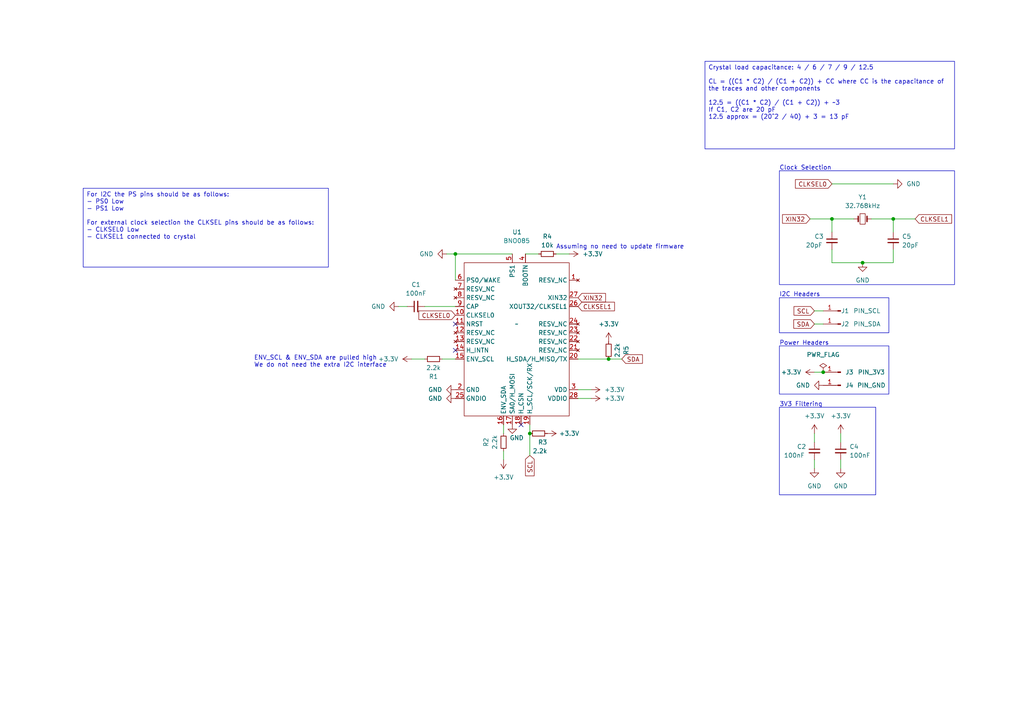
<source format=kicad_sch>
(kicad_sch (version 20230121) (generator eeschema)
  (paper "A4")
  (title_block (title "BNO08x Interface Board") (date "2023-08-24") (comment 1 "Author: Toby Godfrey"))
  (lib_symbols
    (symbol "BNO08x:BNO085"
      (property "Reference" "U" (at 0 26.67 0))
      (symbol "BNO085_0_1"
        (rectangle (start -15.24 17.78) (end 15.24 -26.67))
      )
      (symbol "BNO085_1_1"
        (text "BNO085" (at 0 24.13 0) (effects (font (size 1.27 1.27))))
        (pin no_connect line (at 17.78 12.7 180) (length 2.54) (name "RESV_NC") (number "1"))
        (pin input line (at -17.78 2.54 0) (length 2.54) (name "CLKSEL0") (number "10"))
        (pin input line (at -17.78 0 0) (length 2.54) (name "NRST") (number "11"))
        (pin no_connect line (at -17.78 -2.54 0) (length 2.54) (name "RESV_NC") (number "12"))
        (pin no_connect line (at -17.78 -5.08 0) (length 2.54) (name "RESV_NC") (number "13"))
        (pin output line (at -17.78 -7.62 0) (length 2.54) (name "H_INTN") (number "14"))
        (pin bidirectional line (at -17.78 -10.16 0) (length 2.54) (name "ENV_SCL") (number "15"))
        (pin bidirectional line (at -3.81 -29.21 90) (length 2.54) (name "ENV_SDA") (number "16"))
        (pin input line (at -1.27 -29.21 90) (length 2.54) (name "SA0/H_MOSI") (number "17"))
        (pin input line (at 1.27 -29.21 90) (length 2.54) (name "H_CSN") (number "18"))
        (pin bidirectional line (at 3.81 -29.21 90) (length 2.54) (name "H_SCL/SCK/RX") (number "19"))
        (pin input line (at -17.78 -19.05 0) (length 2.54) (name "GND") (number "2"))
        (pin bidirectional line (at 17.78 -10.16 180) (length 2.54) (name "H_SDA/H_MISO/TX") (number "20"))
        (pin no_connect line (at 17.78 -7.62 180) (length 2.54) (name "RESV_NC") (number "21"))
        (pin no_connect line (at 17.78 -5.08 180) (length 2.54) (name "RESV_NC") (number "22"))
        (pin no_connect line (at 17.78 -2.54 180) (length 2.54) (name "RESV_NC") (number "23"))
        (pin no_connect line (at 17.78 0 180) (length 2.54) (name "RESV_NC") (number "24"))
        (pin input line (at -17.78 -21.59 0) (length 2.54) (name "GNDIO") (number "25"))
        (pin input line (at 17.78 5.08 180) (length 2.54) (name "XOUT32/CLKSEL1") (number "26"))
        (pin input line (at 17.78 7.62 180) (length 2.54) (name "XIN32") (number "27"))
        (pin power_in line (at 17.78 -21.59 180) (length 2.54) (name "VDDIO") (number "28"))
        (pin power_in line (at 17.78 -19.05 180) (length 2.54) (name "VDD") (number "3"))
        (pin input line (at 2.54 20.32 270) (length 2.54) (name "BOOTN") (number "4"))
        (pin input line (at -1.27 20.32 270) (length 2.54) (name "PS1") (number "5"))
        (pin input line (at -17.78 12.7 0) (length 2.54) (name "PS0/WAKE") (number "6"))
        (pin no_connect line (at -17.78 10.16 0) (length 2.54) (name "RESV_NC") (number "7"))
        (pin no_connect line (at -17.78 7.62 0) (length 2.54) (name "RESV_NC") (number "8"))
        (pin input line (at -17.78 5.08 0) (length 2.54) (name "CAP") (number "9"))
      )
    )
    (symbol "Connector:Conn_01x01_Pin" (pin_names (offset 1.016) hide)
      (property "Reference" "J" (at 0 2.54 0))
      (property "Value" "Conn_01x01_Pin" (at 0 -2.54 0))
      (symbol "Conn_01x01_Pin_1_1"
        (polyline (pts (xy 1.27 0) (xy 0.8636 0)) (stroke (width 0.1524)))
        (rectangle (start 0.8636 0.127) (end 0 -0.127) (stroke (width 0.1524)) (fill (type outline)))
        (pin passive line (at 5.08 0 180) (length 3.81) (name "Pin_1") (number "1"))
      )
    )
    (symbol "Device:C_Small" (pin_numbers hide) (pin_names (offset 0.254) hide)
      (property "Reference" "C" (at 0.254 1.778 0))
      (property "Value" "C_Small" (at 0.254 -2.032 0))
      (symbol "C_Small_0_1"
        (polyline (pts (xy -1.524 -0.508) (xy 1.524 -0.508)) (stroke (width 0.3302)))
        (polyline (pts (xy -1.524 0.508) (xy 1.524 0.508)) (stroke (width 0.3048)))
      )
      (symbol "C_Small_1_1"
        (pin passive line (at 0 2.54 270) (length 2.032) (name "~") (number "1"))
        (pin passive line (at 0 -2.54 90) (length 2.032) (name "~") (number "2"))
      )
    )
    (symbol "Device:Crystal_Small" (pin_numbers hide) (pin_names (offset 1.016) hide)
      (property "Reference" "Y" (at 0 2.54 0))
      (property "Value" "Crystal_Small" (at 0 -2.54 0))
      (symbol "Crystal_Small_0_1"
        (rectangle (start -0.762 -1.524) (end 0.762 1.524))
        (polyline (pts (xy -1.27 -0.762) (xy -1.27 0.762)) (stroke (width 0.381)))
        (polyline (pts (xy 1.27 -0.762) (xy 1.27 0.762)) (stroke (width 0.381)))
      )
      (symbol "Crystal_Small_1_1"
        (pin passive line (at -2.54 0 0) (length 1.27) (name "1") (number "1"))
        (pin passive line (at 2.54 0 180) (length 1.27) (name "2") (number "2"))
      )
    )
    (symbol "Device:R_Small" (pin_numbers hide) (pin_names (offset 0.254) hide)
      (property "Reference" "R" (at 0.762 0.508 0))
      (property "Value" "R_Small" (at 0.762 -1.016 0))
      (symbol "R_Small_0_1"
        (rectangle (start -0.762 1.778) (end 0.762 -1.778) (stroke (width 0.2032)))
      )
      (symbol "R_Small_1_1"
        (pin passive line (at 0 2.54 270) (length 0.762) (name "~") (number "1"))
        (pin passive line (at 0 -2.54 90) (length 0.762) (name "~") (number "2"))
      )
    )
    (symbol "power:+3.3V" (power) (pin_names (offset 0))
      (property "Value" "+3.3V" (at 0 3.556 0))
      (symbol "+3.3V_0_1"
        (polyline (pts (xy -0.762 1.27) (xy 0 2.54)))
        (polyline (pts (xy 0 0) (xy 0 2.54)))
        (polyline (pts (xy 0 2.54) (xy 0.762 1.27)))
      )
      (symbol "+3.3V_1_1"
        (pin power_in line (at 0 0 90) (length 0) hide (name "+3.3V") (number "1"))
      )
    )
    (symbol "power:GND" (power) (pin_names (offset 0))
      (property "Value" "GND" (at 0 -3.81 0))
      (symbol "GND_0_1"
        (polyline (pts (xy 0 0) (xy 0 -1.27) (xy 1.27 -1.27) (xy 0 -2.54) (xy -1.27 -1.27) (xy 0 -1.27)))
      )
      (symbol "GND_1_1"
        (pin power_in line (at 0 0 270) (length 0) hide (name "GND") (number "1"))
      )
    )
    (symbol "power:PWR_FLAG" (power) (pin_numbers hide) (pin_names (offset 0) hide)
      (property "Value" "PWR_FLAG" (at 0 3.81 0))
      (symbol "PWR_FLAG_0_0"
        (pin power_out line (at 0 0 90) (length 0) (name "pwr") (number "1"))
      )
      (symbol "PWR_FLAG_0_1"
        (polyline (pts (xy 0 0) (xy 0 1.27) (xy -1.016 1.905) (xy 0 2.54) (xy 1.016 1.905) (xy 0 1.27)))
      )
    )
  )
  (junction (at 238.76 107.95))
  (junction (at 132.08 73.66))
  (junction (at 250.19 76.2))
  (junction (at 153.67 125.73))
  (junction (at 176.53 104.14))
  (junction (at 259.08 63.5))
  (junction (at 241.3 63.5))
  (no_connect (at 132.08 93.98))
  (no_connect (at 151.13 123.19))
  (no_connect (at 132.08 101.6))
  (wire (pts (xy 146.05 123.19) (xy 146.05 125.73)))
  (wire (pts (xy 259.08 63.5) (xy 259.08 67.31)))
  (wire (pts (xy 153.67 125.73) (xy 153.67 132.08)))
  (wire (pts (xy 241.3 76.2) (xy 241.3 72.39)))
  (wire (pts (xy 153.67 123.19) (xy 153.67 125.73)))
  (wire (pts (xy 132.08 73.66) (xy 148.59 73.66)))
  (wire (pts (xy 259.08 63.5) (xy 265.43 63.5)))
  (wire (pts (xy 115.57 88.9) (xy 118.11 88.9)))
  (wire (pts (xy 161.29 73.66) (xy 165.1 73.66)))
  (wire (pts (xy 236.22 133.35) (xy 236.22 135.89)))
  (wire (pts (xy 241.3 53.34) (xy 259.08 53.34)))
  (wire (pts (xy 119.38 104.14) (xy 123.19 104.14)))
  (wire (pts (xy 129.54 73.66) (xy 132.08 73.66)))
  (wire (pts (xy 241.3 63.5) (xy 247.65 63.5)))
  (wire (pts (xy 250.19 76.2) (xy 241.3 76.2)))
  (wire (pts (xy 236.22 90.17) (xy 238.76 90.17)))
  (wire (pts (xy 259.08 76.2) (xy 250.19 76.2)))
  (wire (pts (xy 241.3 63.5) (xy 241.3 67.31)))
  (wire (pts (xy 236.22 107.95) (xy 238.76 107.95)))
  (wire (pts (xy 236.22 125.73) (xy 236.22 128.27)))
  (wire (pts (xy 123.19 88.9) (xy 132.08 88.9)))
  (wire (pts (xy 236.22 93.98) (xy 238.76 93.98)))
  (wire (pts (xy 167.64 104.14) (xy 176.53 104.14)))
  (wire (pts (xy 167.64 115.57) (xy 171.45 115.57)))
  (wire (pts (xy 234.95 63.5) (xy 241.3 63.5)))
  (wire (pts (xy 243.84 133.35) (xy 243.84 135.89)))
  (wire (pts (xy 128.27 104.14) (xy 132.08 104.14)))
  (wire (pts (xy 259.08 72.39) (xy 259.08 76.2)))
  (wire (pts (xy 132.08 73.66) (xy 132.08 81.28)))
  (wire (pts (xy 176.53 104.14) (xy 180.34 104.14)))
  (wire (pts (xy 167.64 113.03) (xy 171.45 113.03)))
  (wire (pts (xy 243.84 125.73) (xy 243.84 128.27)))
  (wire (pts (xy 146.05 130.81) (xy 146.05 133.35)))
  (wire (pts (xy 152.4 73.66) (xy 156.21 73.66)))
  (wire (pts (xy 252.73 63.5) (xy 259.08 63.5)))
  (rectangle (start 226.06 49.53) (end 276.86 82.55))
  (rectangle (start 226.06 86.36) (end 257.81 96.52))
  (rectangle (start 226.06 100.33) (end 257.81 114.3))
  (rectangle (start 226.06 118.11) (end 254 143.51))
  (text_box "Crystal load capacitance: 4 / 6 / 7 / 9 / 12.5\n\nCL = ((C1 * C2) / (C1 + C2)) + CC where CC is the capacitance of the traces and other components\n\n12.5 = ((C1 * C2) / (C1 + C2)) + ~3\nIf C1, C2 are 20 pF\n12.5 approx = (20^2 / 40) + 3 = 13 pF" (at 204.47 17.78 0) (size 72.39 25.4) (effects (font (size 1.27 1.27)) (justify left top)))
  (text_box "For I2C the PS pins should be as follows:\n- PS0 Low\n- PS1 Low\n\nFor external clock selection the CLKSEL pins should be as follows:\n- CLKSEL0 Low\n- CLKSEL1 connected to crystal" (at 24.13 54.61 0) (size 71.12 22.86) (effects (font (size 1.27 1.27)) (justify left top)))
  (text "3V3 Filtering" (at 226.06 118.11 0) (effects (font (size 1.27 1.27)) (justify left bottom)))
  (text "Assuming no need to update firmware" (at 161.29 72.39 0) (effects (font (size 1.27 1.27)) (justify left bottom)))
  (text "Clock Selection" (at 226.06 49.53 0) (effects (font (size 1.27 1.27)) (justify left bottom)))
  (text "I2C Headers" (at 226.0444 86.2455 0) (effects (font (size 1.27 1.27)) (justify left bottom)))
  (text "ENV_SCL & ENV_SDA are pulled high \nWe do not need the extra I2C interface" (at 73.66 106.68 0) (effects (font (size 1.27 1.27)) (justify left bottom)))
  (text "Power Headers" (at 226.06 100.33 0) (effects (font (size 1.27 1.27)) (justify left bottom)))
  (global_label "CLKSEL0" (shape input) (at 241.3 53.34 180) (property "Intersheetrefs" "${INTERSHEET_REFS}" (effects hide)))
  (global_label "CLKSEL1" (shape input) (at 265.43 63.5 0) (property "Intersheetrefs" "${INTERSHEET_REFS}" (effects hide)))
  (global_label "CLKSEL1" (shape input) (at 167.64 88.9 0) (property "Intersheetrefs" "${INTERSHEET_REFS}" (effects hide)))
  (global_label "XIN32" (shape input) (at 167.64 86.36 0) (property "Intersheetrefs" "${INTERSHEET_REFS}" (effects hide)))
  (global_label "SDA" (shape input) (at 180.34 104.14 0) (property "Intersheetrefs" "${INTERSHEET_REFS}" (effects hide)))
  (global_label "XIN32" (shape input) (at 234.95 63.5 180) (property "Intersheetrefs" "${INTERSHEET_REFS}" (effects hide)))
  (global_label "SDA" (shape input) (at 236.22 93.98 180) (property "Intersheetrefs" "${INTERSHEET_REFS}" (effects hide)))
  (global_label "CLKSEL0" (shape input) (at 132.08 91.44 180) (property "Intersheetrefs" "${INTERSHEET_REFS}" (effects hide)))
  (global_label "SCL" (shape input) (at 236.22 90.17 180) (property "Intersheetrefs" "${INTERSHEET_REFS}" (effects hide)))
  (global_label "SCL" (shape input) (at 153.67 132.08 270) (property "Intersheetrefs" "${INTERSHEET_REFS}" (effects hide)))
  (symbol (lib_id "power:PWR_FLAG") (at 238.76 107.95 0) (unit 1)
    (property "Reference" "#FLG01" (effects hide))
    (property "Value" "PWR_FLAG" (at 238.76 102.87 0))
  )
  (symbol (lib_id "Device:R_Small") (at 158.75 73.66 90) (unit 1)
    (property "Reference" "R4" (at 158.75 68.58 90))
    (property "Value" "10k" (at 158.75 71.12 90))
    (property "Footprint" "Resistor_SMD:R_0402_1005Metric" (effects hide))
  )
  (symbol (lib_id "Device:R_Small") (at 125.73 104.14 90) (unit 1)
    (property "Reference" "R1" (at 125.73 109.22 90))
    (property "Value" "2.2k" (at 125.73 106.68 90))
    (property "Footprint" "Resistor_SMD:R_0402_1005Metric" (effects hide))
  )
  (symbol (lib_id "Device:C_Small") (at 241.3 69.85 0) (unit 1)
    (property "Reference" "C3" (at 236.22 68.58 0) (effects (justify left)))
    (property "Value" "20pF" (at 233.68 71.12 0) (effects (justify left)))
    (property "Footprint" "Capacitor_SMD:C_0402_1005Metric" (effects hide))
  )
  (symbol (lib_id "power:GND") (at 148.59 123.19 0) (unit 1)
    (property "Reference" "#PWR07" (effects hide))
    (property "Value" "GND" (at 149.86 127 0))
  )
  (symbol (lib_id "Device:R_Small") (at 156.21 125.73 90) (mirror x) (unit 1)
    (property "Reference" "R3" (at 158.75 128.27 90) (effects (justify left)))
    (property "Value" "2.2k" (at 158.75 130.81 90) (effects (justify left)))
    (property "Footprint" "Resistor_SMD:R_0402_1005Metric" (effects hide))
  )
  (symbol (lib_id "Device:C_Small") (at 259.08 69.85 0) (unit 1)
    (property "Reference" "C5" (at 261.62 68.5863 0) (effects (justify left)))
    (property "Value" "20pF" (at 261.62 71.1263 0) (effects (justify left)))
    (property "Footprint" "Capacitor_SMD:C_0402_1005Metric" (effects hide))
  )
  (symbol (lib_id "Device:C_Small") (at 236.22 130.81 0) (unit 1)
    (property "Reference" "C2" (at 231.14 129.54 0) (effects (justify left)))
    (property "Value" "100nF" (at 227.33 132.08 0) (effects (justify left)))
    (property "Footprint" "Capacitor_SMD:C_0402_1005Metric" (effects hide))
  )
  (symbol (lib_id "power:+3.3V") (at 158.75 125.73 270) (mirror x) (unit 1)
    (property "Reference" "#PWR08" (effects hide))
    (property "Value" "+3.3V" (at 165.1 125.73 90))
  )
  (symbol (lib_id "power:GND") (at 132.08 115.57 270) (unit 1)
    (property "Reference" "#PWR05" (effects hide))
    (property "Value" "GND" (at 128.27 115.57 90) (effects (justify right)))
  )
  (symbol (lib_id "power:+3.3V") (at 146.05 133.35 180) (unit 1)
    (property "Reference" "#PWR06" (effects hide))
    (property "Value" "+3.3V" (at 146.05 138.43 0))
  )
  (symbol (lib_id "power:GND") (at 238.76 111.76 270) (unit 1)
    (property "Reference" "#PWR016" (effects hide))
    (property "Value" "GND" (at 234.95 111.76 90) (effects (justify right)))
  )
  (symbol (lib_id "power:GND") (at 259.08 53.34 90) (unit 1)
    (property "Reference" "#PWR020" (effects hide))
    (property "Value" "GND" (at 262.89 53.34 90) (effects (justify right)))
  )
  (symbol (lib_id "BNO08x:BNO085") (at 149.86 93.98 0) (unit 1)
    (property "Reference" "U1" (at 148.59 67.31 0) (effects (justify left)))
    (property "Value" "~" (at 149.86 93.98 0))
    (property "Footprint" "Package_LGA:LGA-28_5.2x3.8mm_P0.5mm" (effects hide))
  )
  (symbol (lib_id "Connector:Conn_01x01_Pin") (at 243.84 90.17 180) (unit 1)
    (property "Reference" "J1" (at 245.11 90.17 0))
    (property "Value" "PIN_SCL" (at 251.46 90.17 0))
    (property "Footprint" "Connector_PinHeader_1.00mm:PinHeader_1x01_P1.00mm_Vertical" (effects hide))
  )
  (symbol (lib_id "power:GND") (at 243.84 135.89 0) (unit 1)
    (property "Reference" "#PWR018" (effects hide))
    (property "Value" "GND" (at 243.84 140.97 0))
  )
  (symbol (lib_id "power:GND") (at 132.08 113.03 270) (unit 1)
    (property "Reference" "#PWR04" (effects hide))
    (property "Value" "GND" (at 128.27 113.03 90) (effects (justify right)))
  )
  (symbol (lib_id "Device:C_Small") (at 120.65 88.9 90) (unit 1)
    (property "Reference" "C1" (at 120.6563 82.55 90))
    (property "Value" "100nF" (at 120.6563 85.09 90))
    (property "Footprint" "Capacitor_SMD:C_0402_1005Metric" (effects hide))
  )
  (symbol (lib_id "power:+3.3V") (at 119.38 104.14 90) (unit 1)
    (property "Reference" "#PWR02" (effects hide))
    (property "Value" "+3.3V" (at 115.57 104.14 90) (effects (justify left)))
  )
  (symbol (lib_id "Connector:Conn_01x01_Pin") (at 243.84 111.76 180) (unit 1)
    (property "Reference" "J4" (at 246.38 111.76 0))
    (property "Value" "PIN_GND" (at 252.73 111.76 0))
    (property "Footprint" "Connector_PinHeader_1.00mm:PinHeader_1x01_P1.00mm_Vertical" (effects hide))
  )
  (symbol (lib_id "power:+3.3V") (at 165.1 73.66 270) (unit 1)
    (property "Reference" "#PWR09" (effects hide))
    (property "Value" "+3.3V" (at 168.91 73.66 90) (effects (justify left)))
  )
  (symbol (lib_id "power:+3.3V") (at 236.22 125.73 0) (unit 1)
    (property "Reference" "#PWR014" (effects hide))
    (property "Value" "+3.3V" (at 236.22 120.65 0))
  )
  (symbol (lib_id "power:+3.3V") (at 171.45 115.57 270) (unit 1)
    (property "Reference" "#PWR011" (effects hide))
    (property "Value" "+3.3V" (at 175.26 115.57 90) (effects (justify left)))
  )
  (symbol (lib_id "Connector:Conn_01x01_Pin") (at 243.84 93.98 180) (unit 1)
    (property "Reference" "J2" (at 245.11 93.98 0))
    (property "Value" "PIN_SDA" (at 251.46 93.98 0))
    (property "Footprint" "Connector_PinHeader_1.00mm:PinHeader_1x01_P1.00mm_Vertical" (effects hide))
  )
  (symbol (lib_id "power:GND") (at 250.19 76.2 0) (unit 1)
    (property "Reference" "#PWR019" (effects hide))
    (property "Value" "GND" (at 250.19 81.28 0))
  )
  (symbol (lib_id "power:+3.3V") (at 236.22 107.95 90) (unit 1)
    (property "Reference" "#PWR013" (effects hide))
    (property "Value" "+3.3V" (at 232.41 107.95 90) (effects (justify left)))
  )
  (symbol (lib_id "Device:Crystal_Small") (at 250.19 63.5 0) (unit 1)
    (property "Reference" "Y1" (at 250.19 57.15 0))
    (property "Value" "32.768kHz" (at 250.19 59.69 0))
    (property "Footprint" "Crystal:Crystal_SMD_MicroCrystal_CM9V-T1A-2Pin_1.6x1.0mm" (effects hide))
  )
  (symbol (lib_id "power:+3.3V") (at 171.45 113.03 270) (unit 1)
    (property "Reference" "#PWR010" (effects hide))
    (property "Value" "+3.3V" (at 175.26 113.03 90) (effects (justify left)))
  )
  (symbol (lib_id "Device:C_Small") (at 243.84 130.81 0) (unit 1)
    (property "Reference" "C4" (at 246.38 129.5463 0) (effects (justify left)))
    (property "Value" "100nF" (at 246.38 132.0863 0) (effects (justify left)))
    (property "Footprint" "Capacitor_SMD:C_0402_1005Metric" (effects hide))
  )
  (symbol (lib_id "power:+3.3V") (at 243.84 125.73 0) (unit 1)
    (property "Reference" "#PWR017" (effects hide))
    (property "Value" "+3.3V" (at 243.84 120.65 0))
  )
  (symbol (lib_id "Device:R_Small") (at 176.53 101.6 0) (unit 1)
    (property "Reference" "R5" (at 181.61 101.6 90))
    (property "Value" "2.2k" (at 179.07 101.6 90))
    (property "Footprint" "Resistor_SMD:R_0402_1005Metric" (effects hide))
  )
  (symbol (lib_id "power:+3.3V") (at 176.53 99.06 0) (unit 1)
    (property "Reference" "#PWR012" (effects hide))
    (property "Value" "+3.3V" (at 176.53 93.98 0))
  )
  (symbol (lib_id "power:GND") (at 115.57 88.9 270) (unit 1)
    (property "Reference" "#PWR01" (effects hide))
    (property "Value" "GND" (at 111.76 88.9 90) (effects (justify right)))
  )
  (symbol (lib_id "Device:R_Small") (at 146.05 128.27 0) (unit 1)
    (property "Reference" "R2" (at 140.97 128.27 90))
    (property "Value" "2.2k" (at 143.51 128.27 90))
    (property "Footprint" "Resistor_SMD:R_0402_1005Metric" (effects hide))
  )
  (symbol (lib_id "power:GND") (at 236.22 135.89 0) (unit 1)
    (property "Reference" "#PWR015" (effects hide))
    (property "Value" "GND" (at 236.22 140.97 0))
  )
  (symbol (lib_id "Connector:Conn_01x01_Pin") (at 243.84 107.95 180) (unit 1)
    (property "Reference" "J3" (at 246.38 107.95 0))
    (property "Value" "PIN_3V3" (at 252.73 107.95 0))
    (property "Footprint" "Connector_PinHeader_1.00mm:PinHeader_1x01_P1.00mm_Vertical" (effects hide))
  )
  (symbol (lib_id "power:GND") (at 129.54 73.66 270) (unit 1)
    (property "Reference" "#PWR03" (effects hide))
    (property "Value" "GND" (at 125.73 73.66 90) (effects (justify right)))
  )
)
</source>
